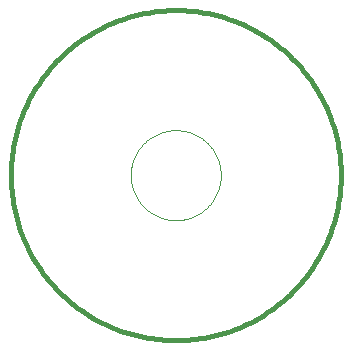
<source format=gko>
G75*
%MOIN*%
%OFA0B0*%
%FSLAX25Y25*%
%IPPOS*%
%LPD*%
%AMOC8*
5,1,8,0,0,1.08239X$1,22.5*
%
%ADD10C,0.01600*%
%ADD11C,0.00000*%
D10*
X0001800Y0056800D02*
X0001817Y0058150D01*
X0001866Y0059499D01*
X0001949Y0060846D01*
X0002065Y0062191D01*
X0002214Y0063533D01*
X0002395Y0064870D01*
X0002610Y0066203D01*
X0002857Y0067530D01*
X0003136Y0068851D01*
X0003448Y0070164D01*
X0003792Y0071469D01*
X0004168Y0072766D01*
X0004576Y0074052D01*
X0005015Y0075329D01*
X0005485Y0076594D01*
X0005987Y0077848D01*
X0006518Y0079088D01*
X0007081Y0080316D01*
X0007673Y0081529D01*
X0008294Y0082727D01*
X0008945Y0083909D01*
X0009625Y0085076D01*
X0010333Y0086225D01*
X0011069Y0087356D01*
X0011833Y0088469D01*
X0012624Y0089563D01*
X0013441Y0090638D01*
X0014284Y0091692D01*
X0015154Y0092725D01*
X0016048Y0093736D01*
X0016966Y0094725D01*
X0017909Y0095691D01*
X0018875Y0096634D01*
X0019864Y0097552D01*
X0020875Y0098446D01*
X0021908Y0099316D01*
X0022962Y0100159D01*
X0024037Y0100976D01*
X0025131Y0101767D01*
X0026244Y0102531D01*
X0027375Y0103267D01*
X0028524Y0103975D01*
X0029691Y0104655D01*
X0030873Y0105306D01*
X0032071Y0105927D01*
X0033284Y0106519D01*
X0034512Y0107082D01*
X0035752Y0107613D01*
X0037006Y0108115D01*
X0038271Y0108585D01*
X0039548Y0109024D01*
X0040834Y0109432D01*
X0042131Y0109808D01*
X0043436Y0110152D01*
X0044749Y0110464D01*
X0046070Y0110743D01*
X0047397Y0110990D01*
X0048730Y0111205D01*
X0050067Y0111386D01*
X0051409Y0111535D01*
X0052754Y0111651D01*
X0054101Y0111734D01*
X0055450Y0111783D01*
X0056800Y0111800D01*
X0058150Y0111783D01*
X0059499Y0111734D01*
X0060846Y0111651D01*
X0062191Y0111535D01*
X0063533Y0111386D01*
X0064870Y0111205D01*
X0066203Y0110990D01*
X0067530Y0110743D01*
X0068851Y0110464D01*
X0070164Y0110152D01*
X0071469Y0109808D01*
X0072766Y0109432D01*
X0074052Y0109024D01*
X0075329Y0108585D01*
X0076594Y0108115D01*
X0077848Y0107613D01*
X0079088Y0107082D01*
X0080316Y0106519D01*
X0081529Y0105927D01*
X0082727Y0105306D01*
X0083909Y0104655D01*
X0085076Y0103975D01*
X0086225Y0103267D01*
X0087356Y0102531D01*
X0088469Y0101767D01*
X0089563Y0100976D01*
X0090638Y0100159D01*
X0091692Y0099316D01*
X0092725Y0098446D01*
X0093736Y0097552D01*
X0094725Y0096634D01*
X0095691Y0095691D01*
X0096634Y0094725D01*
X0097552Y0093736D01*
X0098446Y0092725D01*
X0099316Y0091692D01*
X0100159Y0090638D01*
X0100976Y0089563D01*
X0101767Y0088469D01*
X0102531Y0087356D01*
X0103267Y0086225D01*
X0103975Y0085076D01*
X0104655Y0083909D01*
X0105306Y0082727D01*
X0105927Y0081529D01*
X0106519Y0080316D01*
X0107082Y0079088D01*
X0107613Y0077848D01*
X0108115Y0076594D01*
X0108585Y0075329D01*
X0109024Y0074052D01*
X0109432Y0072766D01*
X0109808Y0071469D01*
X0110152Y0070164D01*
X0110464Y0068851D01*
X0110743Y0067530D01*
X0110990Y0066203D01*
X0111205Y0064870D01*
X0111386Y0063533D01*
X0111535Y0062191D01*
X0111651Y0060846D01*
X0111734Y0059499D01*
X0111783Y0058150D01*
X0111800Y0056800D01*
X0111783Y0055450D01*
X0111734Y0054101D01*
X0111651Y0052754D01*
X0111535Y0051409D01*
X0111386Y0050067D01*
X0111205Y0048730D01*
X0110990Y0047397D01*
X0110743Y0046070D01*
X0110464Y0044749D01*
X0110152Y0043436D01*
X0109808Y0042131D01*
X0109432Y0040834D01*
X0109024Y0039548D01*
X0108585Y0038271D01*
X0108115Y0037006D01*
X0107613Y0035752D01*
X0107082Y0034512D01*
X0106519Y0033284D01*
X0105927Y0032071D01*
X0105306Y0030873D01*
X0104655Y0029691D01*
X0103975Y0028524D01*
X0103267Y0027375D01*
X0102531Y0026244D01*
X0101767Y0025131D01*
X0100976Y0024037D01*
X0100159Y0022962D01*
X0099316Y0021908D01*
X0098446Y0020875D01*
X0097552Y0019864D01*
X0096634Y0018875D01*
X0095691Y0017909D01*
X0094725Y0016966D01*
X0093736Y0016048D01*
X0092725Y0015154D01*
X0091692Y0014284D01*
X0090638Y0013441D01*
X0089563Y0012624D01*
X0088469Y0011833D01*
X0087356Y0011069D01*
X0086225Y0010333D01*
X0085076Y0009625D01*
X0083909Y0008945D01*
X0082727Y0008294D01*
X0081529Y0007673D01*
X0080316Y0007081D01*
X0079088Y0006518D01*
X0077848Y0005987D01*
X0076594Y0005485D01*
X0075329Y0005015D01*
X0074052Y0004576D01*
X0072766Y0004168D01*
X0071469Y0003792D01*
X0070164Y0003448D01*
X0068851Y0003136D01*
X0067530Y0002857D01*
X0066203Y0002610D01*
X0064870Y0002395D01*
X0063533Y0002214D01*
X0062191Y0002065D01*
X0060846Y0001949D01*
X0059499Y0001866D01*
X0058150Y0001817D01*
X0056800Y0001800D01*
X0055450Y0001817D01*
X0054101Y0001866D01*
X0052754Y0001949D01*
X0051409Y0002065D01*
X0050067Y0002214D01*
X0048730Y0002395D01*
X0047397Y0002610D01*
X0046070Y0002857D01*
X0044749Y0003136D01*
X0043436Y0003448D01*
X0042131Y0003792D01*
X0040834Y0004168D01*
X0039548Y0004576D01*
X0038271Y0005015D01*
X0037006Y0005485D01*
X0035752Y0005987D01*
X0034512Y0006518D01*
X0033284Y0007081D01*
X0032071Y0007673D01*
X0030873Y0008294D01*
X0029691Y0008945D01*
X0028524Y0009625D01*
X0027375Y0010333D01*
X0026244Y0011069D01*
X0025131Y0011833D01*
X0024037Y0012624D01*
X0022962Y0013441D01*
X0021908Y0014284D01*
X0020875Y0015154D01*
X0019864Y0016048D01*
X0018875Y0016966D01*
X0017909Y0017909D01*
X0016966Y0018875D01*
X0016048Y0019864D01*
X0015154Y0020875D01*
X0014284Y0021908D01*
X0013441Y0022962D01*
X0012624Y0024037D01*
X0011833Y0025131D01*
X0011069Y0026244D01*
X0010333Y0027375D01*
X0009625Y0028524D01*
X0008945Y0029691D01*
X0008294Y0030873D01*
X0007673Y0032071D01*
X0007081Y0033284D01*
X0006518Y0034512D01*
X0005987Y0035752D01*
X0005485Y0037006D01*
X0005015Y0038271D01*
X0004576Y0039548D01*
X0004168Y0040834D01*
X0003792Y0042131D01*
X0003448Y0043436D01*
X0003136Y0044749D01*
X0002857Y0046070D01*
X0002610Y0047397D01*
X0002395Y0048730D01*
X0002214Y0050067D01*
X0002065Y0051409D01*
X0001949Y0052754D01*
X0001866Y0054101D01*
X0001817Y0055450D01*
X0001800Y0056800D01*
D11*
X0041800Y0056800D02*
X0041805Y0057168D01*
X0041818Y0057536D01*
X0041841Y0057903D01*
X0041872Y0058270D01*
X0041913Y0058636D01*
X0041962Y0059001D01*
X0042021Y0059364D01*
X0042088Y0059726D01*
X0042164Y0060087D01*
X0042250Y0060445D01*
X0042343Y0060801D01*
X0042446Y0061154D01*
X0042557Y0061505D01*
X0042677Y0061853D01*
X0042805Y0062198D01*
X0042942Y0062540D01*
X0043087Y0062879D01*
X0043240Y0063213D01*
X0043402Y0063544D01*
X0043571Y0063871D01*
X0043749Y0064193D01*
X0043934Y0064512D01*
X0044127Y0064825D01*
X0044328Y0065134D01*
X0044536Y0065437D01*
X0044752Y0065735D01*
X0044975Y0066028D01*
X0045205Y0066316D01*
X0045442Y0066598D01*
X0045686Y0066873D01*
X0045936Y0067143D01*
X0046193Y0067407D01*
X0046457Y0067664D01*
X0046727Y0067914D01*
X0047002Y0068158D01*
X0047284Y0068395D01*
X0047572Y0068625D01*
X0047865Y0068848D01*
X0048163Y0069064D01*
X0048466Y0069272D01*
X0048775Y0069473D01*
X0049088Y0069666D01*
X0049407Y0069851D01*
X0049729Y0070029D01*
X0050056Y0070198D01*
X0050387Y0070360D01*
X0050721Y0070513D01*
X0051060Y0070658D01*
X0051402Y0070795D01*
X0051747Y0070923D01*
X0052095Y0071043D01*
X0052446Y0071154D01*
X0052799Y0071257D01*
X0053155Y0071350D01*
X0053513Y0071436D01*
X0053874Y0071512D01*
X0054236Y0071579D01*
X0054599Y0071638D01*
X0054964Y0071687D01*
X0055330Y0071728D01*
X0055697Y0071759D01*
X0056064Y0071782D01*
X0056432Y0071795D01*
X0056800Y0071800D01*
X0057168Y0071795D01*
X0057536Y0071782D01*
X0057903Y0071759D01*
X0058270Y0071728D01*
X0058636Y0071687D01*
X0059001Y0071638D01*
X0059364Y0071579D01*
X0059726Y0071512D01*
X0060087Y0071436D01*
X0060445Y0071350D01*
X0060801Y0071257D01*
X0061154Y0071154D01*
X0061505Y0071043D01*
X0061853Y0070923D01*
X0062198Y0070795D01*
X0062540Y0070658D01*
X0062879Y0070513D01*
X0063213Y0070360D01*
X0063544Y0070198D01*
X0063871Y0070029D01*
X0064193Y0069851D01*
X0064512Y0069666D01*
X0064825Y0069473D01*
X0065134Y0069272D01*
X0065437Y0069064D01*
X0065735Y0068848D01*
X0066028Y0068625D01*
X0066316Y0068395D01*
X0066598Y0068158D01*
X0066873Y0067914D01*
X0067143Y0067664D01*
X0067407Y0067407D01*
X0067664Y0067143D01*
X0067914Y0066873D01*
X0068158Y0066598D01*
X0068395Y0066316D01*
X0068625Y0066028D01*
X0068848Y0065735D01*
X0069064Y0065437D01*
X0069272Y0065134D01*
X0069473Y0064825D01*
X0069666Y0064512D01*
X0069851Y0064193D01*
X0070029Y0063871D01*
X0070198Y0063544D01*
X0070360Y0063213D01*
X0070513Y0062879D01*
X0070658Y0062540D01*
X0070795Y0062198D01*
X0070923Y0061853D01*
X0071043Y0061505D01*
X0071154Y0061154D01*
X0071257Y0060801D01*
X0071350Y0060445D01*
X0071436Y0060087D01*
X0071512Y0059726D01*
X0071579Y0059364D01*
X0071638Y0059001D01*
X0071687Y0058636D01*
X0071728Y0058270D01*
X0071759Y0057903D01*
X0071782Y0057536D01*
X0071795Y0057168D01*
X0071800Y0056800D01*
X0071795Y0056432D01*
X0071782Y0056064D01*
X0071759Y0055697D01*
X0071728Y0055330D01*
X0071687Y0054964D01*
X0071638Y0054599D01*
X0071579Y0054236D01*
X0071512Y0053874D01*
X0071436Y0053513D01*
X0071350Y0053155D01*
X0071257Y0052799D01*
X0071154Y0052446D01*
X0071043Y0052095D01*
X0070923Y0051747D01*
X0070795Y0051402D01*
X0070658Y0051060D01*
X0070513Y0050721D01*
X0070360Y0050387D01*
X0070198Y0050056D01*
X0070029Y0049729D01*
X0069851Y0049407D01*
X0069666Y0049088D01*
X0069473Y0048775D01*
X0069272Y0048466D01*
X0069064Y0048163D01*
X0068848Y0047865D01*
X0068625Y0047572D01*
X0068395Y0047284D01*
X0068158Y0047002D01*
X0067914Y0046727D01*
X0067664Y0046457D01*
X0067407Y0046193D01*
X0067143Y0045936D01*
X0066873Y0045686D01*
X0066598Y0045442D01*
X0066316Y0045205D01*
X0066028Y0044975D01*
X0065735Y0044752D01*
X0065437Y0044536D01*
X0065134Y0044328D01*
X0064825Y0044127D01*
X0064512Y0043934D01*
X0064193Y0043749D01*
X0063871Y0043571D01*
X0063544Y0043402D01*
X0063213Y0043240D01*
X0062879Y0043087D01*
X0062540Y0042942D01*
X0062198Y0042805D01*
X0061853Y0042677D01*
X0061505Y0042557D01*
X0061154Y0042446D01*
X0060801Y0042343D01*
X0060445Y0042250D01*
X0060087Y0042164D01*
X0059726Y0042088D01*
X0059364Y0042021D01*
X0059001Y0041962D01*
X0058636Y0041913D01*
X0058270Y0041872D01*
X0057903Y0041841D01*
X0057536Y0041818D01*
X0057168Y0041805D01*
X0056800Y0041800D01*
X0056432Y0041805D01*
X0056064Y0041818D01*
X0055697Y0041841D01*
X0055330Y0041872D01*
X0054964Y0041913D01*
X0054599Y0041962D01*
X0054236Y0042021D01*
X0053874Y0042088D01*
X0053513Y0042164D01*
X0053155Y0042250D01*
X0052799Y0042343D01*
X0052446Y0042446D01*
X0052095Y0042557D01*
X0051747Y0042677D01*
X0051402Y0042805D01*
X0051060Y0042942D01*
X0050721Y0043087D01*
X0050387Y0043240D01*
X0050056Y0043402D01*
X0049729Y0043571D01*
X0049407Y0043749D01*
X0049088Y0043934D01*
X0048775Y0044127D01*
X0048466Y0044328D01*
X0048163Y0044536D01*
X0047865Y0044752D01*
X0047572Y0044975D01*
X0047284Y0045205D01*
X0047002Y0045442D01*
X0046727Y0045686D01*
X0046457Y0045936D01*
X0046193Y0046193D01*
X0045936Y0046457D01*
X0045686Y0046727D01*
X0045442Y0047002D01*
X0045205Y0047284D01*
X0044975Y0047572D01*
X0044752Y0047865D01*
X0044536Y0048163D01*
X0044328Y0048466D01*
X0044127Y0048775D01*
X0043934Y0049088D01*
X0043749Y0049407D01*
X0043571Y0049729D01*
X0043402Y0050056D01*
X0043240Y0050387D01*
X0043087Y0050721D01*
X0042942Y0051060D01*
X0042805Y0051402D01*
X0042677Y0051747D01*
X0042557Y0052095D01*
X0042446Y0052446D01*
X0042343Y0052799D01*
X0042250Y0053155D01*
X0042164Y0053513D01*
X0042088Y0053874D01*
X0042021Y0054236D01*
X0041962Y0054599D01*
X0041913Y0054964D01*
X0041872Y0055330D01*
X0041841Y0055697D01*
X0041818Y0056064D01*
X0041805Y0056432D01*
X0041800Y0056800D01*
M02*

</source>
